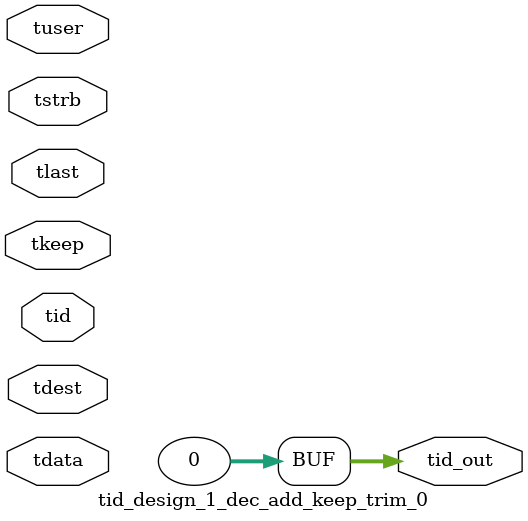
<source format=v>


`timescale 1ps/1ps

module tid_design_1_dec_add_keep_trim_0 #
(
parameter C_S_AXIS_TID_WIDTH   = 1,
parameter C_S_AXIS_TUSER_WIDTH = 0,
parameter C_S_AXIS_TDATA_WIDTH = 0,
parameter C_S_AXIS_TDEST_WIDTH = 0,
parameter C_M_AXIS_TID_WIDTH   = 32
)
(
input  [(C_S_AXIS_TID_WIDTH   == 0 ? 1 : C_S_AXIS_TID_WIDTH)-1:0       ] tid,
input  [(C_S_AXIS_TDATA_WIDTH == 0 ? 1 : C_S_AXIS_TDATA_WIDTH)-1:0     ] tdata,
input  [(C_S_AXIS_TUSER_WIDTH == 0 ? 1 : C_S_AXIS_TUSER_WIDTH)-1:0     ] tuser,
input  [(C_S_AXIS_TDEST_WIDTH == 0 ? 1 : C_S_AXIS_TDEST_WIDTH)-1:0     ] tdest,
input  [(C_S_AXIS_TDATA_WIDTH/8)-1:0 ] tkeep,
input  [(C_S_AXIS_TDATA_WIDTH/8)-1:0 ] tstrb,
input                                                                    tlast,
output [(C_M_AXIS_TID_WIDTH   == 0 ? 1 : C_M_AXIS_TID_WIDTH)-1:0       ] tid_out
);

assign tid_out = {1'b0};

endmodule


</source>
